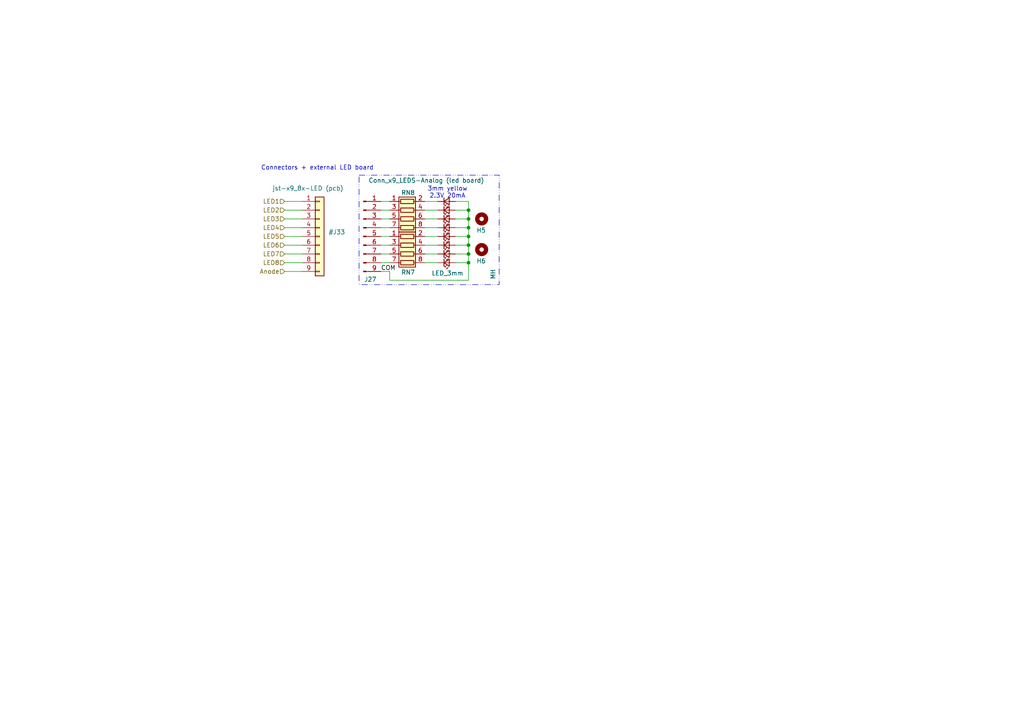
<source format=kicad_sch>
(kicad_sch (version 20231120) (generator "eeschema") (generator_version "8.0")
  (paper "A4")
  (lib_symbols
    (symbol "Connector:Conn_01x09_Pin" (pin_names (offset 1.016) hide)
      (property "Reference" "J" (at 0 12.7 0))
      (property "Value" "Conn_01x09_Pin" (at 0 -12.7 0))
      (symbol "Conn_01x09_Pin_1_1"
        (polyline (pts (xy 1.27 -10.16) (xy 0.8636 -10.16)) (stroke (width 0.1524)))
        (polyline (pts (xy 1.27 -7.62) (xy 0.8636 -7.62)) (stroke (width 0.1524)))
        (polyline (pts (xy 1.27 -5.08) (xy 0.8636 -5.08)) (stroke (width 0.1524)))
        (polyline (pts (xy 1.27 -2.54) (xy 0.8636 -2.54)) (stroke (width 0.1524)))
        (polyline (pts (xy 1.27 0) (xy 0.8636 0)) (stroke (width 0.1524)))
        (polyline (pts (xy 1.27 2.54) (xy 0.8636 2.54)) (stroke (width 0.1524)))
        (polyline (pts (xy 1.27 5.08) (xy 0.8636 5.08)) (stroke (width 0.1524)))
        (polyline (pts (xy 1.27 7.62) (xy 0.8636 7.62)) (stroke (width 0.1524)))
        (polyline (pts (xy 1.27 10.16) (xy 0.8636 10.16)) (stroke (width 0.1524)))
        (rectangle (start 0.8636 -10.033) (end 0 -10.287) (stroke (width 0.1524)) (fill (type outline)))
        (rectangle (start 0.8636 -7.493) (end 0 -7.747) (stroke (width 0.1524)) (fill (type outline)))
        (rectangle (start 0.8636 -4.953) (end 0 -5.207) (stroke (width 0.1524)) (fill (type outline)))
        (rectangle (start 0.8636 -2.413) (end 0 -2.667) (stroke (width 0.1524)) (fill (type outline)))
        (rectangle (start 0.8636 0.127) (end 0 -0.127) (stroke (width 0.1524)) (fill (type outline)))
        (rectangle (start 0.8636 2.667) (end 0 2.413) (stroke (width 0.1524)) (fill (type outline)))
        (rectangle (start 0.8636 5.207) (end 0 4.953) (stroke (width 0.1524)) (fill (type outline)))
        (rectangle (start 0.8636 7.747) (end 0 7.493) (stroke (width 0.1524)) (fill (type outline)))
        (rectangle (start 0.8636 10.287) (end 0 10.033) (stroke (width 0.1524)) (fill (type outline)))
        (pin passive line (at 5.08 10.16 180) (length 3.81) (name "Pin_1") (number "1"))
        (pin passive line (at 5.08 7.62 180) (length 3.81) (name "Pin_2") (number "2"))
        (pin passive line (at 5.08 5.08 180) (length 3.81) (name "Pin_3") (number "3"))
        (pin passive line (at 5.08 2.54 180) (length 3.81) (name "Pin_4") (number "4"))
        (pin passive line (at 5.08 0 180) (length 3.81) (name "Pin_5") (number "5"))
        (pin passive line (at 5.08 -2.54 180) (length 3.81) (name "Pin_6") (number "6"))
        (pin passive line (at 5.08 -5.08 180) (length 3.81) (name "Pin_7") (number "7"))
        (pin passive line (at 5.08 -7.62 180) (length 3.81) (name "Pin_8") (number "8"))
        (pin passive line (at 5.08 -10.16 180) (length 3.81) (name "Pin_9") (number "9"))
      )
    )
    (symbol "Connector_Generic:Conn_01x09" (pin_names (offset 1.016) hide)
      (property "Reference" "J" (at 0 12.7 0))
      (property "Value" "Conn_01x09" (at 0 -12.7 0))
      (symbol "Conn_01x09_1_1"
        (rectangle (start -1.27 -10.033) (end 0 -10.287) (stroke (width 0.1524)))
        (rectangle (start -1.27 -7.493) (end 0 -7.747) (stroke (width 0.1524)))
        (rectangle (start -1.27 -4.953) (end 0 -5.207) (stroke (width 0.1524)))
        (rectangle (start -1.27 -2.413) (end 0 -2.667) (stroke (width 0.1524)))
        (rectangle (start -1.27 0.127) (end 0 -0.127) (stroke (width 0.1524)))
        (rectangle (start -1.27 2.667) (end 0 2.413) (stroke (width 0.1524)))
        (rectangle (start -1.27 5.207) (end 0 4.953) (stroke (width 0.1524)))
        (rectangle (start -1.27 7.747) (end 0 7.493) (stroke (width 0.1524)))
        (rectangle (start -1.27 10.287) (end 0 10.033) (stroke (width 0.1524)))
        (rectangle (start -1.27 11.43) (end 1.27 -11.43) (stroke (width 0.254)) (fill (type background)))
        (pin passive line (at -5.08 10.16 0) (length 3.81) (name "Pin_1") (number "1"))
        (pin passive line (at -5.08 7.62 0) (length 3.81) (name "Pin_2") (number "2"))
        (pin passive line (at -5.08 5.08 0) (length 3.81) (name "Pin_3") (number "3"))
        (pin passive line (at -5.08 2.54 0) (length 3.81) (name "Pin_4") (number "4"))
        (pin passive line (at -5.08 0 0) (length 3.81) (name "Pin_5") (number "5"))
        (pin passive line (at -5.08 -2.54 0) (length 3.81) (name "Pin_6") (number "6"))
        (pin passive line (at -5.08 -5.08 0) (length 3.81) (name "Pin_7") (number "7"))
        (pin passive line (at -5.08 -7.62 0) (length 3.81) (name "Pin_8") (number "8"))
        (pin passive line (at -5.08 -10.16 0) (length 3.81) (name "Pin_9") (number "9"))
      )
    )
    (symbol "Device:LED_Small" (pin_numbers hide) (pin_names (offset 0.254) hide)
      (property "Reference" "D" (at -1.27 3.175 0))
      (property "Value" "LED_Small" (at -4.445 -2.54 0))
      (symbol "LED_Small_0_1"
        (polyline (pts (xy -0.762 -1.016) (xy -0.762 1.016)) (stroke (width 0.254)))
        (polyline (pts (xy 1.016 0) (xy -0.762 0)))
        (polyline (pts (xy 0.762 -1.016) (xy -0.762 0) (xy 0.762 1.016) (xy 0.762 -1.016)) (stroke (width 0.254)))
        (polyline (pts (xy 0 0.762) (xy -0.508 1.27) (xy -0.254 1.27) (xy -0.508 1.27) (xy -0.508 1.016)))
        (polyline (pts (xy 0.508 1.27) (xy 0 1.778) (xy 0.254 1.778) (xy 0 1.778) (xy 0 1.524)))
      )
      (symbol "LED_Small_1_1"
        (pin passive line (at -2.54 0 0) (length 1.778) (name "K") (number "1"))
        (pin passive line (at 2.54 0 180) (length 1.778) (name "A") (number "2"))
      )
    )
    (symbol "Mechanical:MountingHole" (pin_names (offset 1.016)) (exclude_from_sim yes) (in_bom no)
      (property "Reference" "H" (at 0 5.08 0))
      (property "Value" "MountingHole" (at 0 3.175 0))
      (symbol "MountingHole_0_1"
        (circle (center 0 0) (radius 1.27) (stroke (width 1.27)))
      )
    )
    (symbol "custom-symbols:R_Pack04-Parallel-SIL" (pin_names (offset 0) hide)
      (property "Reference" "RN" (at -7.62 0 90))
      (property "Value" "R_Pack04-Parallel-SIL" (at 5.08 0 90))
      (symbol "R_Pack04-Parallel-SIL_0_1"
        (rectangle (start -6.35 -2.413) (end 3.81 2.413) (stroke (width 0.254)) (fill (type background)))
        (rectangle (start -5.715 1.905) (end -4.445 -1.905) (stroke (width 0.254)))
        (rectangle (start -3.175 1.905) (end -1.905 -1.905) (stroke (width 0.254)))
        (rectangle (start -0.635 1.905) (end 0.635 -1.905) (stroke (width 0.254)))
        (polyline (pts (xy -5.08 -2.54) (xy -5.08 -1.905)))
        (polyline (pts (xy -5.08 1.905) (xy -5.08 2.54)))
        (polyline (pts (xy -2.54 -2.54) (xy -2.54 -1.905)))
        (polyline (pts (xy -2.54 1.905) (xy -2.54 2.54)))
        (polyline (pts (xy 0 -2.54) (xy 0 -1.905)))
        (polyline (pts (xy 0 1.905) (xy 0 2.54)))
        (polyline (pts (xy 2.54 -2.54) (xy 2.54 -1.905)))
        (polyline (pts (xy 2.54 1.905) (xy 2.54 2.54)))
        (rectangle (start 1.905 1.905) (end 3.175 -1.905) (stroke (width 0.254)))
      )
      (symbol "R_Pack04-Parallel-SIL_1_1"
        (pin passive line (at -5.08 -5.08 90) (length 2.54) (name "R1.1") (number "1"))
        (pin passive line (at -5.08 5.08 270) (length 2.54) (name "R1.2") (number "2"))
        (pin passive line (at -2.54 -5.08 90) (length 2.54) (name "R2.1") (number "3"))
        (pin passive line (at -2.54 5.08 270) (length 2.54) (name "R2.2") (number "4"))
        (pin passive line (at 0 -5.08 90) (length 2.54) (name "R3.1") (number "5"))
        (pin passive line (at 0 5.08 270) (length 2.54) (name "R3.2") (number "6"))
        (pin passive line (at 2.54 -5.08 90) (length 2.54) (name "R4.1") (number "7"))
        (pin passive line (at 2.54 5.08 270) (length 2.54) (name "R4.2") (number "8"))
      )
    )
  )
  (junction (at 135.89 60.96))
  (junction (at 135.89 63.5))
  (junction (at 135.89 71.12))
  (junction (at 135.89 66.04))
  (junction (at 135.89 73.66))
  (junction (at 135.89 76.2))
  (junction (at 135.89 68.58))
  (wire (pts (xy 135.89 58.42) (xy 132.08 58.42)))
  (wire (pts (xy 110.49 68.58) (xy 113.03 68.58)))
  (wire (pts (xy 123.19 66.04) (xy 127 66.04)))
  (wire (pts (xy 82.55 68.58) (xy 87.63 68.58)))
  (wire (pts (xy 135.89 76.2) (xy 135.89 73.66)))
  (wire (pts (xy 82.55 78.74) (xy 87.63 78.74)))
  (wire (pts (xy 113.03 81.28) (xy 113.03 78.74)))
  (wire (pts (xy 135.89 76.2) (xy 135.89 81.28)))
  (wire (pts (xy 82.55 71.12) (xy 87.63 71.12)))
  (wire (pts (xy 135.89 81.28) (xy 113.03 81.28)))
  (wire (pts (xy 82.55 63.5) (xy 87.63 63.5)))
  (wire (pts (xy 135.89 66.04) (xy 135.89 63.5)))
  (wire (pts (xy 135.89 63.5) (xy 135.89 60.96)))
  (wire (pts (xy 123.19 63.5) (xy 127 63.5)))
  (wire (pts (xy 110.49 60.96) (xy 113.03 60.96)))
  (wire (pts (xy 113.03 78.74) (xy 110.49 78.74)))
  (wire (pts (xy 132.08 63.5) (xy 135.89 63.5)))
  (wire (pts (xy 135.89 73.66) (xy 135.89 71.12)))
  (wire (pts (xy 110.49 58.42) (xy 113.03 58.42)))
  (wire (pts (xy 132.08 66.04) (xy 135.89 66.04)))
  (wire (pts (xy 123.19 68.58) (xy 127 68.58)))
  (wire (pts (xy 110.49 66.04) (xy 113.03 66.04)))
  (wire (pts (xy 82.55 66.04) (xy 87.63 66.04)))
  (wire (pts (xy 135.89 60.96) (xy 135.89 58.42)))
  (wire (pts (xy 110.49 73.66) (xy 113.03 73.66)))
  (wire (pts (xy 110.49 63.5) (xy 113.03 63.5)))
  (wire (pts (xy 132.08 76.2) (xy 135.89 76.2)))
  (wire (pts (xy 123.19 58.42) (xy 127 58.42)))
  (wire (pts (xy 135.89 71.12) (xy 135.89 68.58)))
  (wire (pts (xy 82.55 76.2) (xy 87.63 76.2)))
  (wire (pts (xy 110.49 71.12) (xy 113.03 71.12)))
  (wire (pts (xy 123.19 73.66) (xy 127 73.66)))
  (wire (pts (xy 132.08 71.12) (xy 135.89 71.12)))
  (wire (pts (xy 82.55 73.66) (xy 87.63 73.66)))
  (wire (pts (xy 123.19 71.12) (xy 127 71.12)))
  (wire (pts (xy 123.19 60.96) (xy 127 60.96)))
  (wire (pts (xy 132.08 60.96) (xy 135.89 60.96)))
  (wire (pts (xy 123.19 76.2) (xy 127 76.2)))
  (wire (pts (xy 132.08 68.58) (xy 135.89 68.58)))
  (wire (pts (xy 135.89 68.58) (xy 135.89 66.04)))
  (wire (pts (xy 82.55 58.42) (xy 87.63 58.42)))
  (wire (pts (xy 132.08 73.66) (xy 135.89 73.66)))
  (wire (pts (xy 82.55 60.96) (xy 87.63 60.96)))
  (wire (pts (xy 110.49 76.2) (xy 113.03 76.2)))
  (rectangle (start 104.14 50.8) (end 144.78 82.55) (stroke (width 0) (type dash_dot_dot)))
  (text "3mm yellow\n2.3V 20mA" (at 129.794 55.88 0) (effects (font (size 1.27 1.27))))
  (text "Connectors + external LED board" (at 75.692 48.768 0) (effects (font (size 1.27 1.27)) (justify left)))
  (label "COM" (at 110.49 78.74 0))
  (hierarchical_label "LED5" (shape input) (at 82.55 68.58 180))
  (hierarchical_label "LED2" (shape input) (at 82.55 60.96 180))
  (hierarchical_label "LED3" (shape input) (at 82.55 63.5 180))
  (hierarchical_label "Anode" (shape input) (at 82.55 78.74 180))
  (hierarchical_label "LED4" (shape input) (at 82.55 66.04 180))
  (hierarchical_label "LED8" (shape input) (at 82.55 76.2 180))
  (hierarchical_label "LED6" (shape input) (at 82.55 71.12 180))
  (hierarchical_label "LED7" (shape input) (at 82.55 73.66 180))
  (hierarchical_label "LED1" (shape input) (at 82.55 58.42 180))
  (symbol (lib_id "Device:LED_Small") (at 129.54 68.58 0) (mirror x) (unit 1)
    (property "Reference" "D86" (effects (hide yes)))
    (property "Value" "LED_3mm" (effects (hide yes)))
    (property "Footprint" "LED_THT:LED_D3.0mm_IRGrey" (effects (hide yes)))
    (property "Datasheet" "https://www.conrad.de/de/p/vishay-tlho4400-led-bedrahtet-orange-rund-3-mm-13-mcd-60-30-ma-2-4-v-1125283.html" (effects (hide yes)))
    (property "Description" "Light emitting diode, small symbol" (effects (hide yes)))
    (instances (project "pi-interface-board_v1.0" (path "" (reference "D86") (unit 1)) (path "" (reference "D41") (unit 1))))
  )
  (symbol (lib_id "custom-symbols:R_Pack04-Parallel-SIL") (at 118.11 73.66 270) (unit 1)
    (property "Reference" "RN8" (at 118.364 55.88 90))
    (property "Value" "R_Pack04_47R" (effects (hide yes)))
    (property "Footprint" "Resistor_THT:R_Array_SIP8" (effects (hide yes)))
    (property "Datasheet" "https://www.reichelt.com/be/en/shop/product/resistor_network_4_x_47_ohm_2_sil-8-17936" (effects (hide yes)))
    (property "Description" "4 resistor network, parallel topology" (effects (hide yes)))
    (instances (project "pi-interface-board_v1.0" (path "" (reference "RN8") (unit 1)) (path "" (reference "RN4") (unit 1))))
  )
  (symbol (lib_id "Device:LED_Small") (at 129.54 76.2 0) (mirror x) (unit 1)
    (property "Reference" "D89" (effects (hide yes)))
    (property "Value" "LED_3mm" (at 129.794 79.248 0))
    (property "Footprint" "LED_THT:LED_D3.0mm_IRGrey" (effects (hide yes)))
    (property "Datasheet" "https://www.conrad.de/de/p/vishay-tlho4400-led-bedrahtet-orange-rund-3-mm-13-mcd-60-30-ma-2-4-v-1125283.html" (effects (hide yes)))
    (property "Description" "Light emitting diode, small symbol" (effects (hide yes)))
    (instances (project "pi-interface-board_v1.0" (path "" (reference "D89") (unit 1)) (path "" (reference "D44") (unit 1))))
  )
  (symbol (lib_id "Mechanical:MountingHole") (at 139.7 63.5 0) (unit 1) (exclude_from_sim yes) (in_bom no)
    (property "Reference" "H5" (at 138.176 66.802 0) (effects (justify left)))
    (property "Value" "MH" (at 143.002 81.026 90) (effects (justify left)))
    (property "Footprint" "MountingHole:MountingHole_2mm" (effects (hide yes)))
    (property "Description" "Mounting Hole without connection" (effects (hide yes)))
    (instances (project "pi-interface-board_v1.0" (path "" (reference "H5") (unit 1)) (path "" (reference "H1") (unit 1))))
  )
  (symbol (lib_id "Device:LED_Small") (at 129.54 58.42 0) (mirror x) (unit 1)
    (property "Reference" "D82" (effects (hide yes)))
    (property "Value" "LED_3mm" (effects (hide yes)))
    (property "Footprint" "LED_THT:LED_D3.0mm_IRGrey" (effects (hide yes)))
    (property "Datasheet" "https://www.conrad.de/de/p/vishay-tlho4400-led-bedrahtet-orange-rund-3-mm-13-mcd-60-30-ma-2-4-v-1125283.html" (effects (hide yes)))
    (property "Description" "Light emitting diode, small symbol" (effects (hide yes)))
    (instances (project "pi-interface-board_v1.0" (path "" (reference "D82") (unit 1)) (path "" (reference "D20") (unit 1))))
  )
  (symbol (lib_id "Device:LED_Small") (at 129.54 71.12 0) (mirror x) (unit 1)
    (property "Reference" "D87" (effects (hide yes)))
    (property "Value" "LED_3mm" (effects (hide yes)))
    (property "Footprint" "LED_THT:LED_D3.0mm_IRGrey" (effects (hide yes)))
    (property "Datasheet" "https://www.conrad.de/de/p/vishay-tlho4400-led-bedrahtet-orange-rund-3-mm-13-mcd-60-30-ma-2-4-v-1125283.html" (effects (hide yes)))
    (property "Description" "Light emitting diode, small symbol" (effects (hide yes)))
    (instances (project "pi-interface-board_v1.0" (path "" (reference "D87") (unit 1)) (path "" (reference "D42") (unit 1))))
  )
  (symbol (lib_id "Mechanical:MountingHole") (at 139.7 72.39 0) (unit 1) (exclude_from_sim yes) (in_bom no)
    (property "Reference" "H6" (at 138.176 75.692 0) (effects (justify left)))
    (property "Value" "MH" (effects (hide yes)))
    (property "Footprint" "MountingHole:MountingHole_2mm" (effects (hide yes)))
    (property "Description" "Mounting Hole without connection" (effects (hide yes)))
    (instances (project "pi-interface-board_v1.0" (path "" (reference "H6") (unit 1)) (path "" (reference "H2") (unit 1))))
  )
  (symbol (lib_id "Device:LED_Small") (at 129.54 73.66 0) (mirror x) (unit 1)
    (property "Reference" "D88" (effects (hide yes)))
    (property "Value" "LED_3mm" (effects (hide yes)))
    (property "Footprint" "LED_THT:LED_D3.0mm_IRGrey" (effects (hide yes)))
    (property "Datasheet" "https://www.conrad.de/de/p/vishay-tlho4400-led-bedrahtet-orange-rund-3-mm-13-mcd-60-30-ma-2-4-v-1125283.html" (effects (hide yes)))
    (property "Description" "Light emitting diode, small symbol" (effects (hide yes)))
    (instances (project "pi-interface-board_v1.0" (path "" (reference "D88") (unit 1)) (path "" (reference "D43") (unit 1))))
  )
  (symbol (lib_id "Device:LED_Small") (at 129.54 63.5 0) (mirror x) (unit 1)
    (property "Reference" "D84" (effects (hide yes)))
    (property "Value" "LED_3mm" (effects (hide yes)))
    (property "Footprint" "LED_THT:LED_D3.0mm_IRGrey" (effects (hide yes)))
    (property "Datasheet" "https://www.conrad.de/de/p/vishay-tlho4400-led-bedrahtet-orange-rund-3-mm-13-mcd-60-30-ma-2-4-v-1125283.html" (effects (hide yes)))
    (property "Description" "Light emitting diode, small symbol" (effects (hide yes)))
    (instances (project "pi-interface-board_v1.0" (path "" (reference "D84") (unit 1)) (path "" (reference "D37") (unit 1))))
  )
  (symbol (lib_id "custom-symbols:R_Pack04-Parallel-SIL") (at 118.11 63.5 270) (unit 1)
    (property "Reference" "RN7" (at 118.364 78.994 90))
    (property "Value" "R_Pack04_47R" (effects (hide yes)))
    (property "Footprint" "Resistor_THT:R_Array_SIP8" (effects (hide yes)))
    (property "Datasheet" "https://www.reichelt.com/be/en/shop/product/resistor_network_4_x_47_ohm_2_sil-8-17936" (effects (hide yes)))
    (property "Description" "4 resistor network, parallel topology" (effects (hide yes)))
    (instances (project "pi-interface-board_v1.0" (path "" (reference "RN7") (unit 1)) (path "" (reference "RN1") (unit 1))))
  )
  (symbol (lib_id "Device:LED_Small") (at 129.54 60.96 0) (mirror x) (unit 1)
    (property "Reference" "D83" (effects (hide yes)))
    (property "Value" "LED_3mm" (effects (hide yes)))
    (property "Footprint" "LED_THT:LED_D3.0mm_IRGrey" (effects (hide yes)))
    (property "Datasheet" "https://www.conrad.de/de/p/vishay-tlho4400-led-bedrahtet-orange-rund-3-mm-13-mcd-60-30-ma-2-4-v-1125283.html" (effects (hide yes)))
    (property "Description" "Light emitting diode, small symbol" (effects (hide yes)))
    (instances (project "pi-interface-board_v1.0" (path "" (reference "D83") (unit 1)) (path "" (reference "D30") (unit 1))))
  )
  (symbol (lib_id "Connector:Conn_01x09_Pin") (at 105.41 68.58 0) (unit 1)
    (property "Reference" "J27" (at 109.22 81.026 0) (effects (justify right)))
    (property "Value" "Conn_x9_LEDS-Analog (led board)" (at 140.462 52.324 0) (effects (justify right)))
    (property "Footprint" "Connector_PinHeader_2.54mm:PinHeader_1x09_P2.54mm_Vertical" (effects (hide yes)))
    (property "Description" "Generic connector, single row, 01x09, script generated" (effects (hide yes)))
    (instances (project "pi-interface-board_v1.0" (path "" (reference "J27") (unit 1)) (path "" (reference "J23") (unit 1))))
  )
  (symbol (lib_id "Connector_Generic:Conn_01x09") (at 92.71 68.58 0) (unit 1)
    (property "Reference" "#J33" (at 95.25 67.3099 0) (effects (justify left)))
    (property "Value" "jst-x9_8x-LED (pcb)" (at 78.994 54.61 0) (effects (justify left)))
    (property "Footprint" "Connector_JST:JST_XH_B9B-XH-A_1x09_P2.50mm_Vertical" (effects (hide yes)))
    (property "Datasheet" "https://www.ebay.de/itm/183466543983" (effects (hide yes)))
    (property "Description" "Generic connector, single row, 01x09, script generated (kicad-library-utils/schlib/autogen/connector/)" (effects (hide yes)))
    (instances (project "" (path "" (reference "#J33") (unit 1)) (path "" (reference "#J32") (unit 1))))
  )
  (symbol (lib_id "Device:LED_Small") (at 129.54 66.04 0) (mirror x) (unit 1)
    (property "Reference" "D85" (effects (hide yes)))
    (property "Value" "LED_3mm" (effects (hide yes)))
    (property "Footprint" "LED_THT:LED_D3.0mm_IRGrey" (effects (hide yes)))
    (property "Datasheet" "https://www.conrad.de/de/p/vishay-tlho4400-led-bedrahtet-orange-rund-3-mm-13-mcd-60-30-ma-2-4-v-1125283.html" (effects (hide yes)))
    (property "Description" "Light emitting diode, small symbol" (effects (hide yes)))
    (instances (project "pi-interface-board_v1.0" (path "" (reference "D85") (unit 1)) (path "" (reference "D40") (unit 1))))
  )
)
</source>
